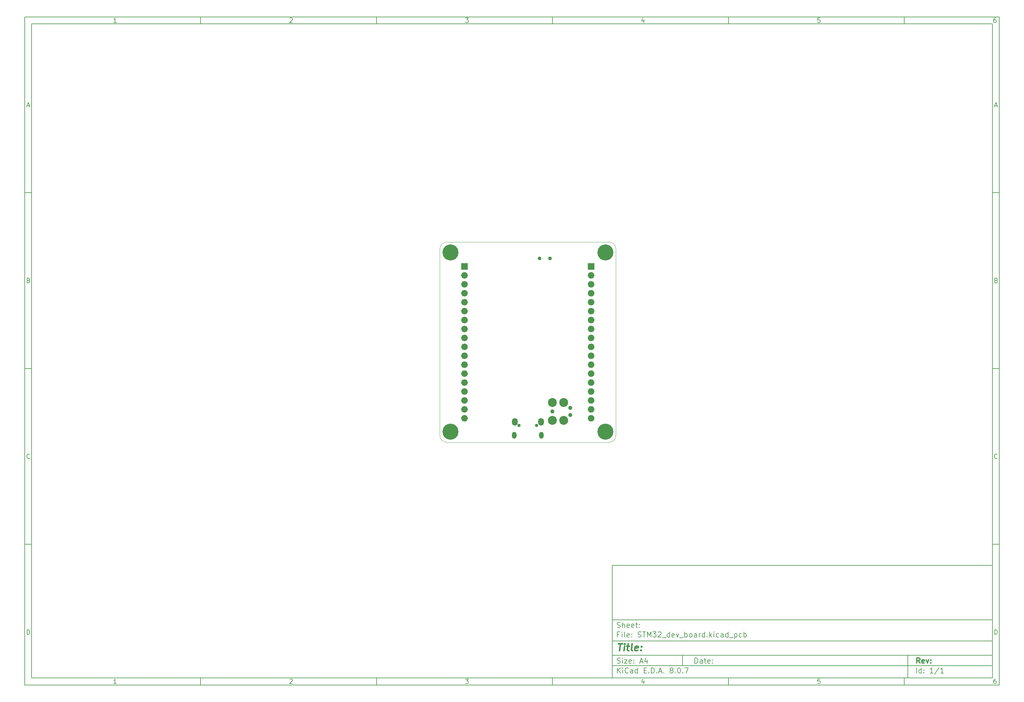
<source format=gbr>
%TF.GenerationSoftware,KiCad,Pcbnew,8.0.7*%
%TF.CreationDate,2025-02-16T19:40:28+01:00*%
%TF.ProjectId,STM32_dev_board,53544d33-325f-4646-9576-5f626f617264,rev?*%
%TF.SameCoordinates,Original*%
%TF.FileFunction,Soldermask,Bot*%
%TF.FilePolarity,Negative*%
%FSLAX46Y46*%
G04 Gerber Fmt 4.6, Leading zero omitted, Abs format (unit mm)*
G04 Created by KiCad (PCBNEW 8.0.7) date 2025-02-16 19:40:28*
%MOMM*%
%LPD*%
G01*
G04 APERTURE LIST*
G04 Aperture macros list*
%AMRoundRect*
0 Rectangle with rounded corners*
0 $1 Rounding radius*
0 $2 $3 $4 $5 $6 $7 $8 $9 X,Y pos of 4 corners*
0 Add a 4 corners polygon primitive as box body*
4,1,4,$2,$3,$4,$5,$6,$7,$8,$9,$2,$3,0*
0 Add four circle primitives for the rounded corners*
1,1,$1+$1,$2,$3*
1,1,$1+$1,$4,$5*
1,1,$1+$1,$6,$7*
1,1,$1+$1,$8,$9*
0 Add four rect primitives between the rounded corners*
20,1,$1+$1,$2,$3,$4,$5,0*
20,1,$1+$1,$4,$5,$6,$7,0*
20,1,$1+$1,$6,$7,$8,$9,0*
20,1,$1+$1,$8,$9,$2,$3,0*%
G04 Aperture macros list end*
%ADD10C,0.100000*%
%ADD11C,0.150000*%
%ADD12C,0.300000*%
%ADD13C,0.400000*%
%ADD14C,2.534900*%
%ADD15C,1.150600*%
%ADD16C,0.860000*%
%ADD17C,4.560000*%
%ADD18RoundRect,0.080000X-0.850000X-0.850000X0.850000X-0.850000X0.850000X0.850000X-0.850000X0.850000X0*%
%ADD19O,1.860000X1.860000*%
%ADD20O,0.960000X0.960000*%
%ADD21O,1.310000X1.960000*%
%ADD22O,1.610000X2.160000*%
%ADD23C,1.060000*%
%TA.AperFunction,Profile*%
%ADD24C,0.050000*%
%TD*%
G04 APERTURE END LIST*
D10*
D11*
X177002200Y-166007200D02*
X285002200Y-166007200D01*
X285002200Y-198007200D01*
X177002200Y-198007200D01*
X177002200Y-166007200D01*
D10*
D11*
X10000000Y-10000000D02*
X287002200Y-10000000D01*
X287002200Y-200007200D01*
X10000000Y-200007200D01*
X10000000Y-10000000D01*
D10*
D11*
X12000000Y-12000000D02*
X285002200Y-12000000D01*
X285002200Y-198007200D01*
X12000000Y-198007200D01*
X12000000Y-12000000D01*
D10*
D11*
X60000000Y-12000000D02*
X60000000Y-10000000D01*
D10*
D11*
X110000000Y-12000000D02*
X110000000Y-10000000D01*
D10*
D11*
X160000000Y-12000000D02*
X160000000Y-10000000D01*
D10*
D11*
X210000000Y-12000000D02*
X210000000Y-10000000D01*
D10*
D11*
X260000000Y-12000000D02*
X260000000Y-10000000D01*
D10*
D11*
X36089160Y-11593604D02*
X35346303Y-11593604D01*
X35717731Y-11593604D02*
X35717731Y-10293604D01*
X35717731Y-10293604D02*
X35593922Y-10479319D01*
X35593922Y-10479319D02*
X35470112Y-10603128D01*
X35470112Y-10603128D02*
X35346303Y-10665033D01*
D10*
D11*
X85346303Y-10417414D02*
X85408207Y-10355509D01*
X85408207Y-10355509D02*
X85532017Y-10293604D01*
X85532017Y-10293604D02*
X85841541Y-10293604D01*
X85841541Y-10293604D02*
X85965350Y-10355509D01*
X85965350Y-10355509D02*
X86027255Y-10417414D01*
X86027255Y-10417414D02*
X86089160Y-10541223D01*
X86089160Y-10541223D02*
X86089160Y-10665033D01*
X86089160Y-10665033D02*
X86027255Y-10850747D01*
X86027255Y-10850747D02*
X85284398Y-11593604D01*
X85284398Y-11593604D02*
X86089160Y-11593604D01*
D10*
D11*
X135284398Y-10293604D02*
X136089160Y-10293604D01*
X136089160Y-10293604D02*
X135655826Y-10788842D01*
X135655826Y-10788842D02*
X135841541Y-10788842D01*
X135841541Y-10788842D02*
X135965350Y-10850747D01*
X135965350Y-10850747D02*
X136027255Y-10912652D01*
X136027255Y-10912652D02*
X136089160Y-11036461D01*
X136089160Y-11036461D02*
X136089160Y-11345985D01*
X136089160Y-11345985D02*
X136027255Y-11469795D01*
X136027255Y-11469795D02*
X135965350Y-11531700D01*
X135965350Y-11531700D02*
X135841541Y-11593604D01*
X135841541Y-11593604D02*
X135470112Y-11593604D01*
X135470112Y-11593604D02*
X135346303Y-11531700D01*
X135346303Y-11531700D02*
X135284398Y-11469795D01*
D10*
D11*
X185965350Y-10726938D02*
X185965350Y-11593604D01*
X185655826Y-10231700D02*
X185346303Y-11160271D01*
X185346303Y-11160271D02*
X186151064Y-11160271D01*
D10*
D11*
X236027255Y-10293604D02*
X235408207Y-10293604D01*
X235408207Y-10293604D02*
X235346303Y-10912652D01*
X235346303Y-10912652D02*
X235408207Y-10850747D01*
X235408207Y-10850747D02*
X235532017Y-10788842D01*
X235532017Y-10788842D02*
X235841541Y-10788842D01*
X235841541Y-10788842D02*
X235965350Y-10850747D01*
X235965350Y-10850747D02*
X236027255Y-10912652D01*
X236027255Y-10912652D02*
X236089160Y-11036461D01*
X236089160Y-11036461D02*
X236089160Y-11345985D01*
X236089160Y-11345985D02*
X236027255Y-11469795D01*
X236027255Y-11469795D02*
X235965350Y-11531700D01*
X235965350Y-11531700D02*
X235841541Y-11593604D01*
X235841541Y-11593604D02*
X235532017Y-11593604D01*
X235532017Y-11593604D02*
X235408207Y-11531700D01*
X235408207Y-11531700D02*
X235346303Y-11469795D01*
D10*
D11*
X285965350Y-10293604D02*
X285717731Y-10293604D01*
X285717731Y-10293604D02*
X285593922Y-10355509D01*
X285593922Y-10355509D02*
X285532017Y-10417414D01*
X285532017Y-10417414D02*
X285408207Y-10603128D01*
X285408207Y-10603128D02*
X285346303Y-10850747D01*
X285346303Y-10850747D02*
X285346303Y-11345985D01*
X285346303Y-11345985D02*
X285408207Y-11469795D01*
X285408207Y-11469795D02*
X285470112Y-11531700D01*
X285470112Y-11531700D02*
X285593922Y-11593604D01*
X285593922Y-11593604D02*
X285841541Y-11593604D01*
X285841541Y-11593604D02*
X285965350Y-11531700D01*
X285965350Y-11531700D02*
X286027255Y-11469795D01*
X286027255Y-11469795D02*
X286089160Y-11345985D01*
X286089160Y-11345985D02*
X286089160Y-11036461D01*
X286089160Y-11036461D02*
X286027255Y-10912652D01*
X286027255Y-10912652D02*
X285965350Y-10850747D01*
X285965350Y-10850747D02*
X285841541Y-10788842D01*
X285841541Y-10788842D02*
X285593922Y-10788842D01*
X285593922Y-10788842D02*
X285470112Y-10850747D01*
X285470112Y-10850747D02*
X285408207Y-10912652D01*
X285408207Y-10912652D02*
X285346303Y-11036461D01*
D10*
D11*
X60000000Y-198007200D02*
X60000000Y-200007200D01*
D10*
D11*
X110000000Y-198007200D02*
X110000000Y-200007200D01*
D10*
D11*
X160000000Y-198007200D02*
X160000000Y-200007200D01*
D10*
D11*
X210000000Y-198007200D02*
X210000000Y-200007200D01*
D10*
D11*
X260000000Y-198007200D02*
X260000000Y-200007200D01*
D10*
D11*
X36089160Y-199600804D02*
X35346303Y-199600804D01*
X35717731Y-199600804D02*
X35717731Y-198300804D01*
X35717731Y-198300804D02*
X35593922Y-198486519D01*
X35593922Y-198486519D02*
X35470112Y-198610328D01*
X35470112Y-198610328D02*
X35346303Y-198672233D01*
D10*
D11*
X85346303Y-198424614D02*
X85408207Y-198362709D01*
X85408207Y-198362709D02*
X85532017Y-198300804D01*
X85532017Y-198300804D02*
X85841541Y-198300804D01*
X85841541Y-198300804D02*
X85965350Y-198362709D01*
X85965350Y-198362709D02*
X86027255Y-198424614D01*
X86027255Y-198424614D02*
X86089160Y-198548423D01*
X86089160Y-198548423D02*
X86089160Y-198672233D01*
X86089160Y-198672233D02*
X86027255Y-198857947D01*
X86027255Y-198857947D02*
X85284398Y-199600804D01*
X85284398Y-199600804D02*
X86089160Y-199600804D01*
D10*
D11*
X135284398Y-198300804D02*
X136089160Y-198300804D01*
X136089160Y-198300804D02*
X135655826Y-198796042D01*
X135655826Y-198796042D02*
X135841541Y-198796042D01*
X135841541Y-198796042D02*
X135965350Y-198857947D01*
X135965350Y-198857947D02*
X136027255Y-198919852D01*
X136027255Y-198919852D02*
X136089160Y-199043661D01*
X136089160Y-199043661D02*
X136089160Y-199353185D01*
X136089160Y-199353185D02*
X136027255Y-199476995D01*
X136027255Y-199476995D02*
X135965350Y-199538900D01*
X135965350Y-199538900D02*
X135841541Y-199600804D01*
X135841541Y-199600804D02*
X135470112Y-199600804D01*
X135470112Y-199600804D02*
X135346303Y-199538900D01*
X135346303Y-199538900D02*
X135284398Y-199476995D01*
D10*
D11*
X185965350Y-198734138D02*
X185965350Y-199600804D01*
X185655826Y-198238900D02*
X185346303Y-199167471D01*
X185346303Y-199167471D02*
X186151064Y-199167471D01*
D10*
D11*
X236027255Y-198300804D02*
X235408207Y-198300804D01*
X235408207Y-198300804D02*
X235346303Y-198919852D01*
X235346303Y-198919852D02*
X235408207Y-198857947D01*
X235408207Y-198857947D02*
X235532017Y-198796042D01*
X235532017Y-198796042D02*
X235841541Y-198796042D01*
X235841541Y-198796042D02*
X235965350Y-198857947D01*
X235965350Y-198857947D02*
X236027255Y-198919852D01*
X236027255Y-198919852D02*
X236089160Y-199043661D01*
X236089160Y-199043661D02*
X236089160Y-199353185D01*
X236089160Y-199353185D02*
X236027255Y-199476995D01*
X236027255Y-199476995D02*
X235965350Y-199538900D01*
X235965350Y-199538900D02*
X235841541Y-199600804D01*
X235841541Y-199600804D02*
X235532017Y-199600804D01*
X235532017Y-199600804D02*
X235408207Y-199538900D01*
X235408207Y-199538900D02*
X235346303Y-199476995D01*
D10*
D11*
X285965350Y-198300804D02*
X285717731Y-198300804D01*
X285717731Y-198300804D02*
X285593922Y-198362709D01*
X285593922Y-198362709D02*
X285532017Y-198424614D01*
X285532017Y-198424614D02*
X285408207Y-198610328D01*
X285408207Y-198610328D02*
X285346303Y-198857947D01*
X285346303Y-198857947D02*
X285346303Y-199353185D01*
X285346303Y-199353185D02*
X285408207Y-199476995D01*
X285408207Y-199476995D02*
X285470112Y-199538900D01*
X285470112Y-199538900D02*
X285593922Y-199600804D01*
X285593922Y-199600804D02*
X285841541Y-199600804D01*
X285841541Y-199600804D02*
X285965350Y-199538900D01*
X285965350Y-199538900D02*
X286027255Y-199476995D01*
X286027255Y-199476995D02*
X286089160Y-199353185D01*
X286089160Y-199353185D02*
X286089160Y-199043661D01*
X286089160Y-199043661D02*
X286027255Y-198919852D01*
X286027255Y-198919852D02*
X285965350Y-198857947D01*
X285965350Y-198857947D02*
X285841541Y-198796042D01*
X285841541Y-198796042D02*
X285593922Y-198796042D01*
X285593922Y-198796042D02*
X285470112Y-198857947D01*
X285470112Y-198857947D02*
X285408207Y-198919852D01*
X285408207Y-198919852D02*
X285346303Y-199043661D01*
D10*
D11*
X10000000Y-60000000D02*
X12000000Y-60000000D01*
D10*
D11*
X10000000Y-110000000D02*
X12000000Y-110000000D01*
D10*
D11*
X10000000Y-160000000D02*
X12000000Y-160000000D01*
D10*
D11*
X10690476Y-35222176D02*
X11309523Y-35222176D01*
X10566666Y-35593604D02*
X10999999Y-34293604D01*
X10999999Y-34293604D02*
X11433333Y-35593604D01*
D10*
D11*
X11092857Y-84912652D02*
X11278571Y-84974557D01*
X11278571Y-84974557D02*
X11340476Y-85036461D01*
X11340476Y-85036461D02*
X11402380Y-85160271D01*
X11402380Y-85160271D02*
X11402380Y-85345985D01*
X11402380Y-85345985D02*
X11340476Y-85469795D01*
X11340476Y-85469795D02*
X11278571Y-85531700D01*
X11278571Y-85531700D02*
X11154761Y-85593604D01*
X11154761Y-85593604D02*
X10659523Y-85593604D01*
X10659523Y-85593604D02*
X10659523Y-84293604D01*
X10659523Y-84293604D02*
X11092857Y-84293604D01*
X11092857Y-84293604D02*
X11216666Y-84355509D01*
X11216666Y-84355509D02*
X11278571Y-84417414D01*
X11278571Y-84417414D02*
X11340476Y-84541223D01*
X11340476Y-84541223D02*
X11340476Y-84665033D01*
X11340476Y-84665033D02*
X11278571Y-84788842D01*
X11278571Y-84788842D02*
X11216666Y-84850747D01*
X11216666Y-84850747D02*
X11092857Y-84912652D01*
X11092857Y-84912652D02*
X10659523Y-84912652D01*
D10*
D11*
X11402380Y-135469795D02*
X11340476Y-135531700D01*
X11340476Y-135531700D02*
X11154761Y-135593604D01*
X11154761Y-135593604D02*
X11030952Y-135593604D01*
X11030952Y-135593604D02*
X10845238Y-135531700D01*
X10845238Y-135531700D02*
X10721428Y-135407890D01*
X10721428Y-135407890D02*
X10659523Y-135284080D01*
X10659523Y-135284080D02*
X10597619Y-135036461D01*
X10597619Y-135036461D02*
X10597619Y-134850747D01*
X10597619Y-134850747D02*
X10659523Y-134603128D01*
X10659523Y-134603128D02*
X10721428Y-134479319D01*
X10721428Y-134479319D02*
X10845238Y-134355509D01*
X10845238Y-134355509D02*
X11030952Y-134293604D01*
X11030952Y-134293604D02*
X11154761Y-134293604D01*
X11154761Y-134293604D02*
X11340476Y-134355509D01*
X11340476Y-134355509D02*
X11402380Y-134417414D01*
D10*
D11*
X10659523Y-185593604D02*
X10659523Y-184293604D01*
X10659523Y-184293604D02*
X10969047Y-184293604D01*
X10969047Y-184293604D02*
X11154761Y-184355509D01*
X11154761Y-184355509D02*
X11278571Y-184479319D01*
X11278571Y-184479319D02*
X11340476Y-184603128D01*
X11340476Y-184603128D02*
X11402380Y-184850747D01*
X11402380Y-184850747D02*
X11402380Y-185036461D01*
X11402380Y-185036461D02*
X11340476Y-185284080D01*
X11340476Y-185284080D02*
X11278571Y-185407890D01*
X11278571Y-185407890D02*
X11154761Y-185531700D01*
X11154761Y-185531700D02*
X10969047Y-185593604D01*
X10969047Y-185593604D02*
X10659523Y-185593604D01*
D10*
D11*
X287002200Y-60000000D02*
X285002200Y-60000000D01*
D10*
D11*
X287002200Y-110000000D02*
X285002200Y-110000000D01*
D10*
D11*
X287002200Y-160000000D02*
X285002200Y-160000000D01*
D10*
D11*
X285692676Y-35222176D02*
X286311723Y-35222176D01*
X285568866Y-35593604D02*
X286002199Y-34293604D01*
X286002199Y-34293604D02*
X286435533Y-35593604D01*
D10*
D11*
X286095057Y-84912652D02*
X286280771Y-84974557D01*
X286280771Y-84974557D02*
X286342676Y-85036461D01*
X286342676Y-85036461D02*
X286404580Y-85160271D01*
X286404580Y-85160271D02*
X286404580Y-85345985D01*
X286404580Y-85345985D02*
X286342676Y-85469795D01*
X286342676Y-85469795D02*
X286280771Y-85531700D01*
X286280771Y-85531700D02*
X286156961Y-85593604D01*
X286156961Y-85593604D02*
X285661723Y-85593604D01*
X285661723Y-85593604D02*
X285661723Y-84293604D01*
X285661723Y-84293604D02*
X286095057Y-84293604D01*
X286095057Y-84293604D02*
X286218866Y-84355509D01*
X286218866Y-84355509D02*
X286280771Y-84417414D01*
X286280771Y-84417414D02*
X286342676Y-84541223D01*
X286342676Y-84541223D02*
X286342676Y-84665033D01*
X286342676Y-84665033D02*
X286280771Y-84788842D01*
X286280771Y-84788842D02*
X286218866Y-84850747D01*
X286218866Y-84850747D02*
X286095057Y-84912652D01*
X286095057Y-84912652D02*
X285661723Y-84912652D01*
D10*
D11*
X286404580Y-135469795D02*
X286342676Y-135531700D01*
X286342676Y-135531700D02*
X286156961Y-135593604D01*
X286156961Y-135593604D02*
X286033152Y-135593604D01*
X286033152Y-135593604D02*
X285847438Y-135531700D01*
X285847438Y-135531700D02*
X285723628Y-135407890D01*
X285723628Y-135407890D02*
X285661723Y-135284080D01*
X285661723Y-135284080D02*
X285599819Y-135036461D01*
X285599819Y-135036461D02*
X285599819Y-134850747D01*
X285599819Y-134850747D02*
X285661723Y-134603128D01*
X285661723Y-134603128D02*
X285723628Y-134479319D01*
X285723628Y-134479319D02*
X285847438Y-134355509D01*
X285847438Y-134355509D02*
X286033152Y-134293604D01*
X286033152Y-134293604D02*
X286156961Y-134293604D01*
X286156961Y-134293604D02*
X286342676Y-134355509D01*
X286342676Y-134355509D02*
X286404580Y-134417414D01*
D10*
D11*
X285661723Y-185593604D02*
X285661723Y-184293604D01*
X285661723Y-184293604D02*
X285971247Y-184293604D01*
X285971247Y-184293604D02*
X286156961Y-184355509D01*
X286156961Y-184355509D02*
X286280771Y-184479319D01*
X286280771Y-184479319D02*
X286342676Y-184603128D01*
X286342676Y-184603128D02*
X286404580Y-184850747D01*
X286404580Y-184850747D02*
X286404580Y-185036461D01*
X286404580Y-185036461D02*
X286342676Y-185284080D01*
X286342676Y-185284080D02*
X286280771Y-185407890D01*
X286280771Y-185407890D02*
X286156961Y-185531700D01*
X286156961Y-185531700D02*
X285971247Y-185593604D01*
X285971247Y-185593604D02*
X285661723Y-185593604D01*
D10*
D11*
X200458026Y-193793328D02*
X200458026Y-192293328D01*
X200458026Y-192293328D02*
X200815169Y-192293328D01*
X200815169Y-192293328D02*
X201029455Y-192364757D01*
X201029455Y-192364757D02*
X201172312Y-192507614D01*
X201172312Y-192507614D02*
X201243741Y-192650471D01*
X201243741Y-192650471D02*
X201315169Y-192936185D01*
X201315169Y-192936185D02*
X201315169Y-193150471D01*
X201315169Y-193150471D02*
X201243741Y-193436185D01*
X201243741Y-193436185D02*
X201172312Y-193579042D01*
X201172312Y-193579042D02*
X201029455Y-193721900D01*
X201029455Y-193721900D02*
X200815169Y-193793328D01*
X200815169Y-193793328D02*
X200458026Y-193793328D01*
X202600884Y-193793328D02*
X202600884Y-193007614D01*
X202600884Y-193007614D02*
X202529455Y-192864757D01*
X202529455Y-192864757D02*
X202386598Y-192793328D01*
X202386598Y-192793328D02*
X202100884Y-192793328D01*
X202100884Y-192793328D02*
X201958026Y-192864757D01*
X202600884Y-193721900D02*
X202458026Y-193793328D01*
X202458026Y-193793328D02*
X202100884Y-193793328D01*
X202100884Y-193793328D02*
X201958026Y-193721900D01*
X201958026Y-193721900D02*
X201886598Y-193579042D01*
X201886598Y-193579042D02*
X201886598Y-193436185D01*
X201886598Y-193436185D02*
X201958026Y-193293328D01*
X201958026Y-193293328D02*
X202100884Y-193221900D01*
X202100884Y-193221900D02*
X202458026Y-193221900D01*
X202458026Y-193221900D02*
X202600884Y-193150471D01*
X203100884Y-192793328D02*
X203672312Y-192793328D01*
X203315169Y-192293328D02*
X203315169Y-193579042D01*
X203315169Y-193579042D02*
X203386598Y-193721900D01*
X203386598Y-193721900D02*
X203529455Y-193793328D01*
X203529455Y-193793328D02*
X203672312Y-193793328D01*
X204743741Y-193721900D02*
X204600884Y-193793328D01*
X204600884Y-193793328D02*
X204315170Y-193793328D01*
X204315170Y-193793328D02*
X204172312Y-193721900D01*
X204172312Y-193721900D02*
X204100884Y-193579042D01*
X204100884Y-193579042D02*
X204100884Y-193007614D01*
X204100884Y-193007614D02*
X204172312Y-192864757D01*
X204172312Y-192864757D02*
X204315170Y-192793328D01*
X204315170Y-192793328D02*
X204600884Y-192793328D01*
X204600884Y-192793328D02*
X204743741Y-192864757D01*
X204743741Y-192864757D02*
X204815170Y-193007614D01*
X204815170Y-193007614D02*
X204815170Y-193150471D01*
X204815170Y-193150471D02*
X204100884Y-193293328D01*
X205458026Y-193650471D02*
X205529455Y-193721900D01*
X205529455Y-193721900D02*
X205458026Y-193793328D01*
X205458026Y-193793328D02*
X205386598Y-193721900D01*
X205386598Y-193721900D02*
X205458026Y-193650471D01*
X205458026Y-193650471D02*
X205458026Y-193793328D01*
X205458026Y-192864757D02*
X205529455Y-192936185D01*
X205529455Y-192936185D02*
X205458026Y-193007614D01*
X205458026Y-193007614D02*
X205386598Y-192936185D01*
X205386598Y-192936185D02*
X205458026Y-192864757D01*
X205458026Y-192864757D02*
X205458026Y-193007614D01*
D10*
D11*
X177002200Y-194507200D02*
X285002200Y-194507200D01*
D10*
D11*
X178458026Y-196593328D02*
X178458026Y-195093328D01*
X179315169Y-196593328D02*
X178672312Y-195736185D01*
X179315169Y-195093328D02*
X178458026Y-195950471D01*
X179958026Y-196593328D02*
X179958026Y-195593328D01*
X179958026Y-195093328D02*
X179886598Y-195164757D01*
X179886598Y-195164757D02*
X179958026Y-195236185D01*
X179958026Y-195236185D02*
X180029455Y-195164757D01*
X180029455Y-195164757D02*
X179958026Y-195093328D01*
X179958026Y-195093328D02*
X179958026Y-195236185D01*
X181529455Y-196450471D02*
X181458027Y-196521900D01*
X181458027Y-196521900D02*
X181243741Y-196593328D01*
X181243741Y-196593328D02*
X181100884Y-196593328D01*
X181100884Y-196593328D02*
X180886598Y-196521900D01*
X180886598Y-196521900D02*
X180743741Y-196379042D01*
X180743741Y-196379042D02*
X180672312Y-196236185D01*
X180672312Y-196236185D02*
X180600884Y-195950471D01*
X180600884Y-195950471D02*
X180600884Y-195736185D01*
X180600884Y-195736185D02*
X180672312Y-195450471D01*
X180672312Y-195450471D02*
X180743741Y-195307614D01*
X180743741Y-195307614D02*
X180886598Y-195164757D01*
X180886598Y-195164757D02*
X181100884Y-195093328D01*
X181100884Y-195093328D02*
X181243741Y-195093328D01*
X181243741Y-195093328D02*
X181458027Y-195164757D01*
X181458027Y-195164757D02*
X181529455Y-195236185D01*
X182815170Y-196593328D02*
X182815170Y-195807614D01*
X182815170Y-195807614D02*
X182743741Y-195664757D01*
X182743741Y-195664757D02*
X182600884Y-195593328D01*
X182600884Y-195593328D02*
X182315170Y-195593328D01*
X182315170Y-195593328D02*
X182172312Y-195664757D01*
X182815170Y-196521900D02*
X182672312Y-196593328D01*
X182672312Y-196593328D02*
X182315170Y-196593328D01*
X182315170Y-196593328D02*
X182172312Y-196521900D01*
X182172312Y-196521900D02*
X182100884Y-196379042D01*
X182100884Y-196379042D02*
X182100884Y-196236185D01*
X182100884Y-196236185D02*
X182172312Y-196093328D01*
X182172312Y-196093328D02*
X182315170Y-196021900D01*
X182315170Y-196021900D02*
X182672312Y-196021900D01*
X182672312Y-196021900D02*
X182815170Y-195950471D01*
X184172313Y-196593328D02*
X184172313Y-195093328D01*
X184172313Y-196521900D02*
X184029455Y-196593328D01*
X184029455Y-196593328D02*
X183743741Y-196593328D01*
X183743741Y-196593328D02*
X183600884Y-196521900D01*
X183600884Y-196521900D02*
X183529455Y-196450471D01*
X183529455Y-196450471D02*
X183458027Y-196307614D01*
X183458027Y-196307614D02*
X183458027Y-195879042D01*
X183458027Y-195879042D02*
X183529455Y-195736185D01*
X183529455Y-195736185D02*
X183600884Y-195664757D01*
X183600884Y-195664757D02*
X183743741Y-195593328D01*
X183743741Y-195593328D02*
X184029455Y-195593328D01*
X184029455Y-195593328D02*
X184172313Y-195664757D01*
X186029455Y-195807614D02*
X186529455Y-195807614D01*
X186743741Y-196593328D02*
X186029455Y-196593328D01*
X186029455Y-196593328D02*
X186029455Y-195093328D01*
X186029455Y-195093328D02*
X186743741Y-195093328D01*
X187386598Y-196450471D02*
X187458027Y-196521900D01*
X187458027Y-196521900D02*
X187386598Y-196593328D01*
X187386598Y-196593328D02*
X187315170Y-196521900D01*
X187315170Y-196521900D02*
X187386598Y-196450471D01*
X187386598Y-196450471D02*
X187386598Y-196593328D01*
X188100884Y-196593328D02*
X188100884Y-195093328D01*
X188100884Y-195093328D02*
X188458027Y-195093328D01*
X188458027Y-195093328D02*
X188672313Y-195164757D01*
X188672313Y-195164757D02*
X188815170Y-195307614D01*
X188815170Y-195307614D02*
X188886599Y-195450471D01*
X188886599Y-195450471D02*
X188958027Y-195736185D01*
X188958027Y-195736185D02*
X188958027Y-195950471D01*
X188958027Y-195950471D02*
X188886599Y-196236185D01*
X188886599Y-196236185D02*
X188815170Y-196379042D01*
X188815170Y-196379042D02*
X188672313Y-196521900D01*
X188672313Y-196521900D02*
X188458027Y-196593328D01*
X188458027Y-196593328D02*
X188100884Y-196593328D01*
X189600884Y-196450471D02*
X189672313Y-196521900D01*
X189672313Y-196521900D02*
X189600884Y-196593328D01*
X189600884Y-196593328D02*
X189529456Y-196521900D01*
X189529456Y-196521900D02*
X189600884Y-196450471D01*
X189600884Y-196450471D02*
X189600884Y-196593328D01*
X190243742Y-196164757D02*
X190958028Y-196164757D01*
X190100885Y-196593328D02*
X190600885Y-195093328D01*
X190600885Y-195093328D02*
X191100885Y-196593328D01*
X191600884Y-196450471D02*
X191672313Y-196521900D01*
X191672313Y-196521900D02*
X191600884Y-196593328D01*
X191600884Y-196593328D02*
X191529456Y-196521900D01*
X191529456Y-196521900D02*
X191600884Y-196450471D01*
X191600884Y-196450471D02*
X191600884Y-196593328D01*
X193672313Y-195736185D02*
X193529456Y-195664757D01*
X193529456Y-195664757D02*
X193458027Y-195593328D01*
X193458027Y-195593328D02*
X193386599Y-195450471D01*
X193386599Y-195450471D02*
X193386599Y-195379042D01*
X193386599Y-195379042D02*
X193458027Y-195236185D01*
X193458027Y-195236185D02*
X193529456Y-195164757D01*
X193529456Y-195164757D02*
X193672313Y-195093328D01*
X193672313Y-195093328D02*
X193958027Y-195093328D01*
X193958027Y-195093328D02*
X194100885Y-195164757D01*
X194100885Y-195164757D02*
X194172313Y-195236185D01*
X194172313Y-195236185D02*
X194243742Y-195379042D01*
X194243742Y-195379042D02*
X194243742Y-195450471D01*
X194243742Y-195450471D02*
X194172313Y-195593328D01*
X194172313Y-195593328D02*
X194100885Y-195664757D01*
X194100885Y-195664757D02*
X193958027Y-195736185D01*
X193958027Y-195736185D02*
X193672313Y-195736185D01*
X193672313Y-195736185D02*
X193529456Y-195807614D01*
X193529456Y-195807614D02*
X193458027Y-195879042D01*
X193458027Y-195879042D02*
X193386599Y-196021900D01*
X193386599Y-196021900D02*
X193386599Y-196307614D01*
X193386599Y-196307614D02*
X193458027Y-196450471D01*
X193458027Y-196450471D02*
X193529456Y-196521900D01*
X193529456Y-196521900D02*
X193672313Y-196593328D01*
X193672313Y-196593328D02*
X193958027Y-196593328D01*
X193958027Y-196593328D02*
X194100885Y-196521900D01*
X194100885Y-196521900D02*
X194172313Y-196450471D01*
X194172313Y-196450471D02*
X194243742Y-196307614D01*
X194243742Y-196307614D02*
X194243742Y-196021900D01*
X194243742Y-196021900D02*
X194172313Y-195879042D01*
X194172313Y-195879042D02*
X194100885Y-195807614D01*
X194100885Y-195807614D02*
X193958027Y-195736185D01*
X194886598Y-196450471D02*
X194958027Y-196521900D01*
X194958027Y-196521900D02*
X194886598Y-196593328D01*
X194886598Y-196593328D02*
X194815170Y-196521900D01*
X194815170Y-196521900D02*
X194886598Y-196450471D01*
X194886598Y-196450471D02*
X194886598Y-196593328D01*
X195886599Y-195093328D02*
X196029456Y-195093328D01*
X196029456Y-195093328D02*
X196172313Y-195164757D01*
X196172313Y-195164757D02*
X196243742Y-195236185D01*
X196243742Y-195236185D02*
X196315170Y-195379042D01*
X196315170Y-195379042D02*
X196386599Y-195664757D01*
X196386599Y-195664757D02*
X196386599Y-196021900D01*
X196386599Y-196021900D02*
X196315170Y-196307614D01*
X196315170Y-196307614D02*
X196243742Y-196450471D01*
X196243742Y-196450471D02*
X196172313Y-196521900D01*
X196172313Y-196521900D02*
X196029456Y-196593328D01*
X196029456Y-196593328D02*
X195886599Y-196593328D01*
X195886599Y-196593328D02*
X195743742Y-196521900D01*
X195743742Y-196521900D02*
X195672313Y-196450471D01*
X195672313Y-196450471D02*
X195600884Y-196307614D01*
X195600884Y-196307614D02*
X195529456Y-196021900D01*
X195529456Y-196021900D02*
X195529456Y-195664757D01*
X195529456Y-195664757D02*
X195600884Y-195379042D01*
X195600884Y-195379042D02*
X195672313Y-195236185D01*
X195672313Y-195236185D02*
X195743742Y-195164757D01*
X195743742Y-195164757D02*
X195886599Y-195093328D01*
X197029455Y-196450471D02*
X197100884Y-196521900D01*
X197100884Y-196521900D02*
X197029455Y-196593328D01*
X197029455Y-196593328D02*
X196958027Y-196521900D01*
X196958027Y-196521900D02*
X197029455Y-196450471D01*
X197029455Y-196450471D02*
X197029455Y-196593328D01*
X197600884Y-195093328D02*
X198600884Y-195093328D01*
X198600884Y-195093328D02*
X197958027Y-196593328D01*
D10*
D11*
X177002200Y-191507200D02*
X285002200Y-191507200D01*
D10*
D12*
X264413853Y-193785528D02*
X263913853Y-193071242D01*
X263556710Y-193785528D02*
X263556710Y-192285528D01*
X263556710Y-192285528D02*
X264128139Y-192285528D01*
X264128139Y-192285528D02*
X264270996Y-192356957D01*
X264270996Y-192356957D02*
X264342425Y-192428385D01*
X264342425Y-192428385D02*
X264413853Y-192571242D01*
X264413853Y-192571242D02*
X264413853Y-192785528D01*
X264413853Y-192785528D02*
X264342425Y-192928385D01*
X264342425Y-192928385D02*
X264270996Y-192999814D01*
X264270996Y-192999814D02*
X264128139Y-193071242D01*
X264128139Y-193071242D02*
X263556710Y-193071242D01*
X265628139Y-193714100D02*
X265485282Y-193785528D01*
X265485282Y-193785528D02*
X265199568Y-193785528D01*
X265199568Y-193785528D02*
X265056710Y-193714100D01*
X265056710Y-193714100D02*
X264985282Y-193571242D01*
X264985282Y-193571242D02*
X264985282Y-192999814D01*
X264985282Y-192999814D02*
X265056710Y-192856957D01*
X265056710Y-192856957D02*
X265199568Y-192785528D01*
X265199568Y-192785528D02*
X265485282Y-192785528D01*
X265485282Y-192785528D02*
X265628139Y-192856957D01*
X265628139Y-192856957D02*
X265699568Y-192999814D01*
X265699568Y-192999814D02*
X265699568Y-193142671D01*
X265699568Y-193142671D02*
X264985282Y-193285528D01*
X266199567Y-192785528D02*
X266556710Y-193785528D01*
X266556710Y-193785528D02*
X266913853Y-192785528D01*
X267485281Y-193642671D02*
X267556710Y-193714100D01*
X267556710Y-193714100D02*
X267485281Y-193785528D01*
X267485281Y-193785528D02*
X267413853Y-193714100D01*
X267413853Y-193714100D02*
X267485281Y-193642671D01*
X267485281Y-193642671D02*
X267485281Y-193785528D01*
X267485281Y-192856957D02*
X267556710Y-192928385D01*
X267556710Y-192928385D02*
X267485281Y-192999814D01*
X267485281Y-192999814D02*
X267413853Y-192928385D01*
X267413853Y-192928385D02*
X267485281Y-192856957D01*
X267485281Y-192856957D02*
X267485281Y-192999814D01*
D10*
D11*
X178386598Y-193721900D02*
X178600884Y-193793328D01*
X178600884Y-193793328D02*
X178958026Y-193793328D01*
X178958026Y-193793328D02*
X179100884Y-193721900D01*
X179100884Y-193721900D02*
X179172312Y-193650471D01*
X179172312Y-193650471D02*
X179243741Y-193507614D01*
X179243741Y-193507614D02*
X179243741Y-193364757D01*
X179243741Y-193364757D02*
X179172312Y-193221900D01*
X179172312Y-193221900D02*
X179100884Y-193150471D01*
X179100884Y-193150471D02*
X178958026Y-193079042D01*
X178958026Y-193079042D02*
X178672312Y-193007614D01*
X178672312Y-193007614D02*
X178529455Y-192936185D01*
X178529455Y-192936185D02*
X178458026Y-192864757D01*
X178458026Y-192864757D02*
X178386598Y-192721900D01*
X178386598Y-192721900D02*
X178386598Y-192579042D01*
X178386598Y-192579042D02*
X178458026Y-192436185D01*
X178458026Y-192436185D02*
X178529455Y-192364757D01*
X178529455Y-192364757D02*
X178672312Y-192293328D01*
X178672312Y-192293328D02*
X179029455Y-192293328D01*
X179029455Y-192293328D02*
X179243741Y-192364757D01*
X179886597Y-193793328D02*
X179886597Y-192793328D01*
X179886597Y-192293328D02*
X179815169Y-192364757D01*
X179815169Y-192364757D02*
X179886597Y-192436185D01*
X179886597Y-192436185D02*
X179958026Y-192364757D01*
X179958026Y-192364757D02*
X179886597Y-192293328D01*
X179886597Y-192293328D02*
X179886597Y-192436185D01*
X180458026Y-192793328D02*
X181243741Y-192793328D01*
X181243741Y-192793328D02*
X180458026Y-193793328D01*
X180458026Y-193793328D02*
X181243741Y-193793328D01*
X182386598Y-193721900D02*
X182243741Y-193793328D01*
X182243741Y-193793328D02*
X181958027Y-193793328D01*
X181958027Y-193793328D02*
X181815169Y-193721900D01*
X181815169Y-193721900D02*
X181743741Y-193579042D01*
X181743741Y-193579042D02*
X181743741Y-193007614D01*
X181743741Y-193007614D02*
X181815169Y-192864757D01*
X181815169Y-192864757D02*
X181958027Y-192793328D01*
X181958027Y-192793328D02*
X182243741Y-192793328D01*
X182243741Y-192793328D02*
X182386598Y-192864757D01*
X182386598Y-192864757D02*
X182458027Y-193007614D01*
X182458027Y-193007614D02*
X182458027Y-193150471D01*
X182458027Y-193150471D02*
X181743741Y-193293328D01*
X183100883Y-193650471D02*
X183172312Y-193721900D01*
X183172312Y-193721900D02*
X183100883Y-193793328D01*
X183100883Y-193793328D02*
X183029455Y-193721900D01*
X183029455Y-193721900D02*
X183100883Y-193650471D01*
X183100883Y-193650471D02*
X183100883Y-193793328D01*
X183100883Y-192864757D02*
X183172312Y-192936185D01*
X183172312Y-192936185D02*
X183100883Y-193007614D01*
X183100883Y-193007614D02*
X183029455Y-192936185D01*
X183029455Y-192936185D02*
X183100883Y-192864757D01*
X183100883Y-192864757D02*
X183100883Y-193007614D01*
X184886598Y-193364757D02*
X185600884Y-193364757D01*
X184743741Y-193793328D02*
X185243741Y-192293328D01*
X185243741Y-192293328D02*
X185743741Y-193793328D01*
X186886598Y-192793328D02*
X186886598Y-193793328D01*
X186529455Y-192221900D02*
X186172312Y-193293328D01*
X186172312Y-193293328D02*
X187100883Y-193293328D01*
D10*
D11*
X263458026Y-196593328D02*
X263458026Y-195093328D01*
X264815170Y-196593328D02*
X264815170Y-195093328D01*
X264815170Y-196521900D02*
X264672312Y-196593328D01*
X264672312Y-196593328D02*
X264386598Y-196593328D01*
X264386598Y-196593328D02*
X264243741Y-196521900D01*
X264243741Y-196521900D02*
X264172312Y-196450471D01*
X264172312Y-196450471D02*
X264100884Y-196307614D01*
X264100884Y-196307614D02*
X264100884Y-195879042D01*
X264100884Y-195879042D02*
X264172312Y-195736185D01*
X264172312Y-195736185D02*
X264243741Y-195664757D01*
X264243741Y-195664757D02*
X264386598Y-195593328D01*
X264386598Y-195593328D02*
X264672312Y-195593328D01*
X264672312Y-195593328D02*
X264815170Y-195664757D01*
X265529455Y-196450471D02*
X265600884Y-196521900D01*
X265600884Y-196521900D02*
X265529455Y-196593328D01*
X265529455Y-196593328D02*
X265458027Y-196521900D01*
X265458027Y-196521900D02*
X265529455Y-196450471D01*
X265529455Y-196450471D02*
X265529455Y-196593328D01*
X265529455Y-195664757D02*
X265600884Y-195736185D01*
X265600884Y-195736185D02*
X265529455Y-195807614D01*
X265529455Y-195807614D02*
X265458027Y-195736185D01*
X265458027Y-195736185D02*
X265529455Y-195664757D01*
X265529455Y-195664757D02*
X265529455Y-195807614D01*
X268172313Y-196593328D02*
X267315170Y-196593328D01*
X267743741Y-196593328D02*
X267743741Y-195093328D01*
X267743741Y-195093328D02*
X267600884Y-195307614D01*
X267600884Y-195307614D02*
X267458027Y-195450471D01*
X267458027Y-195450471D02*
X267315170Y-195521900D01*
X269886598Y-195021900D02*
X268600884Y-196950471D01*
X271172313Y-196593328D02*
X270315170Y-196593328D01*
X270743741Y-196593328D02*
X270743741Y-195093328D01*
X270743741Y-195093328D02*
X270600884Y-195307614D01*
X270600884Y-195307614D02*
X270458027Y-195450471D01*
X270458027Y-195450471D02*
X270315170Y-195521900D01*
D10*
D11*
X177002200Y-187507200D02*
X285002200Y-187507200D01*
D10*
D13*
X178693928Y-188211638D02*
X179836785Y-188211638D01*
X179015357Y-190211638D02*
X179265357Y-188211638D01*
X180253452Y-190211638D02*
X180420119Y-188878304D01*
X180503452Y-188211638D02*
X180396309Y-188306876D01*
X180396309Y-188306876D02*
X180479643Y-188402114D01*
X180479643Y-188402114D02*
X180586786Y-188306876D01*
X180586786Y-188306876D02*
X180503452Y-188211638D01*
X180503452Y-188211638D02*
X180479643Y-188402114D01*
X181086786Y-188878304D02*
X181848690Y-188878304D01*
X181455833Y-188211638D02*
X181241548Y-189925923D01*
X181241548Y-189925923D02*
X181312976Y-190116400D01*
X181312976Y-190116400D02*
X181491548Y-190211638D01*
X181491548Y-190211638D02*
X181682024Y-190211638D01*
X182634405Y-190211638D02*
X182455833Y-190116400D01*
X182455833Y-190116400D02*
X182384405Y-189925923D01*
X182384405Y-189925923D02*
X182598690Y-188211638D01*
X184170119Y-190116400D02*
X183967738Y-190211638D01*
X183967738Y-190211638D02*
X183586785Y-190211638D01*
X183586785Y-190211638D02*
X183408214Y-190116400D01*
X183408214Y-190116400D02*
X183336785Y-189925923D01*
X183336785Y-189925923D02*
X183432024Y-189164019D01*
X183432024Y-189164019D02*
X183551071Y-188973542D01*
X183551071Y-188973542D02*
X183753452Y-188878304D01*
X183753452Y-188878304D02*
X184134404Y-188878304D01*
X184134404Y-188878304D02*
X184312976Y-188973542D01*
X184312976Y-188973542D02*
X184384404Y-189164019D01*
X184384404Y-189164019D02*
X184360595Y-189354495D01*
X184360595Y-189354495D02*
X183384404Y-189544971D01*
X185134405Y-190021161D02*
X185217738Y-190116400D01*
X185217738Y-190116400D02*
X185110595Y-190211638D01*
X185110595Y-190211638D02*
X185027262Y-190116400D01*
X185027262Y-190116400D02*
X185134405Y-190021161D01*
X185134405Y-190021161D02*
X185110595Y-190211638D01*
X185265357Y-188973542D02*
X185348690Y-189068780D01*
X185348690Y-189068780D02*
X185241548Y-189164019D01*
X185241548Y-189164019D02*
X185158214Y-189068780D01*
X185158214Y-189068780D02*
X185265357Y-188973542D01*
X185265357Y-188973542D02*
X185241548Y-189164019D01*
D10*
D11*
X178958026Y-185607614D02*
X178458026Y-185607614D01*
X178458026Y-186393328D02*
X178458026Y-184893328D01*
X178458026Y-184893328D02*
X179172312Y-184893328D01*
X179743740Y-186393328D02*
X179743740Y-185393328D01*
X179743740Y-184893328D02*
X179672312Y-184964757D01*
X179672312Y-184964757D02*
X179743740Y-185036185D01*
X179743740Y-185036185D02*
X179815169Y-184964757D01*
X179815169Y-184964757D02*
X179743740Y-184893328D01*
X179743740Y-184893328D02*
X179743740Y-185036185D01*
X180672312Y-186393328D02*
X180529455Y-186321900D01*
X180529455Y-186321900D02*
X180458026Y-186179042D01*
X180458026Y-186179042D02*
X180458026Y-184893328D01*
X181815169Y-186321900D02*
X181672312Y-186393328D01*
X181672312Y-186393328D02*
X181386598Y-186393328D01*
X181386598Y-186393328D02*
X181243740Y-186321900D01*
X181243740Y-186321900D02*
X181172312Y-186179042D01*
X181172312Y-186179042D02*
X181172312Y-185607614D01*
X181172312Y-185607614D02*
X181243740Y-185464757D01*
X181243740Y-185464757D02*
X181386598Y-185393328D01*
X181386598Y-185393328D02*
X181672312Y-185393328D01*
X181672312Y-185393328D02*
X181815169Y-185464757D01*
X181815169Y-185464757D02*
X181886598Y-185607614D01*
X181886598Y-185607614D02*
X181886598Y-185750471D01*
X181886598Y-185750471D02*
X181172312Y-185893328D01*
X182529454Y-186250471D02*
X182600883Y-186321900D01*
X182600883Y-186321900D02*
X182529454Y-186393328D01*
X182529454Y-186393328D02*
X182458026Y-186321900D01*
X182458026Y-186321900D02*
X182529454Y-186250471D01*
X182529454Y-186250471D02*
X182529454Y-186393328D01*
X182529454Y-185464757D02*
X182600883Y-185536185D01*
X182600883Y-185536185D02*
X182529454Y-185607614D01*
X182529454Y-185607614D02*
X182458026Y-185536185D01*
X182458026Y-185536185D02*
X182529454Y-185464757D01*
X182529454Y-185464757D02*
X182529454Y-185607614D01*
X184315169Y-186321900D02*
X184529455Y-186393328D01*
X184529455Y-186393328D02*
X184886597Y-186393328D01*
X184886597Y-186393328D02*
X185029455Y-186321900D01*
X185029455Y-186321900D02*
X185100883Y-186250471D01*
X185100883Y-186250471D02*
X185172312Y-186107614D01*
X185172312Y-186107614D02*
X185172312Y-185964757D01*
X185172312Y-185964757D02*
X185100883Y-185821900D01*
X185100883Y-185821900D02*
X185029455Y-185750471D01*
X185029455Y-185750471D02*
X184886597Y-185679042D01*
X184886597Y-185679042D02*
X184600883Y-185607614D01*
X184600883Y-185607614D02*
X184458026Y-185536185D01*
X184458026Y-185536185D02*
X184386597Y-185464757D01*
X184386597Y-185464757D02*
X184315169Y-185321900D01*
X184315169Y-185321900D02*
X184315169Y-185179042D01*
X184315169Y-185179042D02*
X184386597Y-185036185D01*
X184386597Y-185036185D02*
X184458026Y-184964757D01*
X184458026Y-184964757D02*
X184600883Y-184893328D01*
X184600883Y-184893328D02*
X184958026Y-184893328D01*
X184958026Y-184893328D02*
X185172312Y-184964757D01*
X185600883Y-184893328D02*
X186458026Y-184893328D01*
X186029454Y-186393328D02*
X186029454Y-184893328D01*
X186958025Y-186393328D02*
X186958025Y-184893328D01*
X186958025Y-184893328D02*
X187458025Y-185964757D01*
X187458025Y-185964757D02*
X187958025Y-184893328D01*
X187958025Y-184893328D02*
X187958025Y-186393328D01*
X188529454Y-184893328D02*
X189458026Y-184893328D01*
X189458026Y-184893328D02*
X188958026Y-185464757D01*
X188958026Y-185464757D02*
X189172311Y-185464757D01*
X189172311Y-185464757D02*
X189315169Y-185536185D01*
X189315169Y-185536185D02*
X189386597Y-185607614D01*
X189386597Y-185607614D02*
X189458026Y-185750471D01*
X189458026Y-185750471D02*
X189458026Y-186107614D01*
X189458026Y-186107614D02*
X189386597Y-186250471D01*
X189386597Y-186250471D02*
X189315169Y-186321900D01*
X189315169Y-186321900D02*
X189172311Y-186393328D01*
X189172311Y-186393328D02*
X188743740Y-186393328D01*
X188743740Y-186393328D02*
X188600883Y-186321900D01*
X188600883Y-186321900D02*
X188529454Y-186250471D01*
X190029454Y-185036185D02*
X190100882Y-184964757D01*
X190100882Y-184964757D02*
X190243740Y-184893328D01*
X190243740Y-184893328D02*
X190600882Y-184893328D01*
X190600882Y-184893328D02*
X190743740Y-184964757D01*
X190743740Y-184964757D02*
X190815168Y-185036185D01*
X190815168Y-185036185D02*
X190886597Y-185179042D01*
X190886597Y-185179042D02*
X190886597Y-185321900D01*
X190886597Y-185321900D02*
X190815168Y-185536185D01*
X190815168Y-185536185D02*
X189958025Y-186393328D01*
X189958025Y-186393328D02*
X190886597Y-186393328D01*
X191172311Y-186536185D02*
X192315168Y-186536185D01*
X193315168Y-186393328D02*
X193315168Y-184893328D01*
X193315168Y-186321900D02*
X193172310Y-186393328D01*
X193172310Y-186393328D02*
X192886596Y-186393328D01*
X192886596Y-186393328D02*
X192743739Y-186321900D01*
X192743739Y-186321900D02*
X192672310Y-186250471D01*
X192672310Y-186250471D02*
X192600882Y-186107614D01*
X192600882Y-186107614D02*
X192600882Y-185679042D01*
X192600882Y-185679042D02*
X192672310Y-185536185D01*
X192672310Y-185536185D02*
X192743739Y-185464757D01*
X192743739Y-185464757D02*
X192886596Y-185393328D01*
X192886596Y-185393328D02*
X193172310Y-185393328D01*
X193172310Y-185393328D02*
X193315168Y-185464757D01*
X194600882Y-186321900D02*
X194458025Y-186393328D01*
X194458025Y-186393328D02*
X194172311Y-186393328D01*
X194172311Y-186393328D02*
X194029453Y-186321900D01*
X194029453Y-186321900D02*
X193958025Y-186179042D01*
X193958025Y-186179042D02*
X193958025Y-185607614D01*
X193958025Y-185607614D02*
X194029453Y-185464757D01*
X194029453Y-185464757D02*
X194172311Y-185393328D01*
X194172311Y-185393328D02*
X194458025Y-185393328D01*
X194458025Y-185393328D02*
X194600882Y-185464757D01*
X194600882Y-185464757D02*
X194672311Y-185607614D01*
X194672311Y-185607614D02*
X194672311Y-185750471D01*
X194672311Y-185750471D02*
X193958025Y-185893328D01*
X195172310Y-185393328D02*
X195529453Y-186393328D01*
X195529453Y-186393328D02*
X195886596Y-185393328D01*
X196100882Y-186536185D02*
X197243739Y-186536185D01*
X197600881Y-186393328D02*
X197600881Y-184893328D01*
X197600881Y-185464757D02*
X197743739Y-185393328D01*
X197743739Y-185393328D02*
X198029453Y-185393328D01*
X198029453Y-185393328D02*
X198172310Y-185464757D01*
X198172310Y-185464757D02*
X198243739Y-185536185D01*
X198243739Y-185536185D02*
X198315167Y-185679042D01*
X198315167Y-185679042D02*
X198315167Y-186107614D01*
X198315167Y-186107614D02*
X198243739Y-186250471D01*
X198243739Y-186250471D02*
X198172310Y-186321900D01*
X198172310Y-186321900D02*
X198029453Y-186393328D01*
X198029453Y-186393328D02*
X197743739Y-186393328D01*
X197743739Y-186393328D02*
X197600881Y-186321900D01*
X199172310Y-186393328D02*
X199029453Y-186321900D01*
X199029453Y-186321900D02*
X198958024Y-186250471D01*
X198958024Y-186250471D02*
X198886596Y-186107614D01*
X198886596Y-186107614D02*
X198886596Y-185679042D01*
X198886596Y-185679042D02*
X198958024Y-185536185D01*
X198958024Y-185536185D02*
X199029453Y-185464757D01*
X199029453Y-185464757D02*
X199172310Y-185393328D01*
X199172310Y-185393328D02*
X199386596Y-185393328D01*
X199386596Y-185393328D02*
X199529453Y-185464757D01*
X199529453Y-185464757D02*
X199600882Y-185536185D01*
X199600882Y-185536185D02*
X199672310Y-185679042D01*
X199672310Y-185679042D02*
X199672310Y-186107614D01*
X199672310Y-186107614D02*
X199600882Y-186250471D01*
X199600882Y-186250471D02*
X199529453Y-186321900D01*
X199529453Y-186321900D02*
X199386596Y-186393328D01*
X199386596Y-186393328D02*
X199172310Y-186393328D01*
X200958025Y-186393328D02*
X200958025Y-185607614D01*
X200958025Y-185607614D02*
X200886596Y-185464757D01*
X200886596Y-185464757D02*
X200743739Y-185393328D01*
X200743739Y-185393328D02*
X200458025Y-185393328D01*
X200458025Y-185393328D02*
X200315167Y-185464757D01*
X200958025Y-186321900D02*
X200815167Y-186393328D01*
X200815167Y-186393328D02*
X200458025Y-186393328D01*
X200458025Y-186393328D02*
X200315167Y-186321900D01*
X200315167Y-186321900D02*
X200243739Y-186179042D01*
X200243739Y-186179042D02*
X200243739Y-186036185D01*
X200243739Y-186036185D02*
X200315167Y-185893328D01*
X200315167Y-185893328D02*
X200458025Y-185821900D01*
X200458025Y-185821900D02*
X200815167Y-185821900D01*
X200815167Y-185821900D02*
X200958025Y-185750471D01*
X201672310Y-186393328D02*
X201672310Y-185393328D01*
X201672310Y-185679042D02*
X201743739Y-185536185D01*
X201743739Y-185536185D02*
X201815168Y-185464757D01*
X201815168Y-185464757D02*
X201958025Y-185393328D01*
X201958025Y-185393328D02*
X202100882Y-185393328D01*
X203243739Y-186393328D02*
X203243739Y-184893328D01*
X203243739Y-186321900D02*
X203100881Y-186393328D01*
X203100881Y-186393328D02*
X202815167Y-186393328D01*
X202815167Y-186393328D02*
X202672310Y-186321900D01*
X202672310Y-186321900D02*
X202600881Y-186250471D01*
X202600881Y-186250471D02*
X202529453Y-186107614D01*
X202529453Y-186107614D02*
X202529453Y-185679042D01*
X202529453Y-185679042D02*
X202600881Y-185536185D01*
X202600881Y-185536185D02*
X202672310Y-185464757D01*
X202672310Y-185464757D02*
X202815167Y-185393328D01*
X202815167Y-185393328D02*
X203100881Y-185393328D01*
X203100881Y-185393328D02*
X203243739Y-185464757D01*
X203958024Y-186250471D02*
X204029453Y-186321900D01*
X204029453Y-186321900D02*
X203958024Y-186393328D01*
X203958024Y-186393328D02*
X203886596Y-186321900D01*
X203886596Y-186321900D02*
X203958024Y-186250471D01*
X203958024Y-186250471D02*
X203958024Y-186393328D01*
X204672310Y-186393328D02*
X204672310Y-184893328D01*
X204815168Y-185821900D02*
X205243739Y-186393328D01*
X205243739Y-185393328D02*
X204672310Y-185964757D01*
X205886596Y-186393328D02*
X205886596Y-185393328D01*
X205886596Y-184893328D02*
X205815168Y-184964757D01*
X205815168Y-184964757D02*
X205886596Y-185036185D01*
X205886596Y-185036185D02*
X205958025Y-184964757D01*
X205958025Y-184964757D02*
X205886596Y-184893328D01*
X205886596Y-184893328D02*
X205886596Y-185036185D01*
X207243740Y-186321900D02*
X207100882Y-186393328D01*
X207100882Y-186393328D02*
X206815168Y-186393328D01*
X206815168Y-186393328D02*
X206672311Y-186321900D01*
X206672311Y-186321900D02*
X206600882Y-186250471D01*
X206600882Y-186250471D02*
X206529454Y-186107614D01*
X206529454Y-186107614D02*
X206529454Y-185679042D01*
X206529454Y-185679042D02*
X206600882Y-185536185D01*
X206600882Y-185536185D02*
X206672311Y-185464757D01*
X206672311Y-185464757D02*
X206815168Y-185393328D01*
X206815168Y-185393328D02*
X207100882Y-185393328D01*
X207100882Y-185393328D02*
X207243740Y-185464757D01*
X208529454Y-186393328D02*
X208529454Y-185607614D01*
X208529454Y-185607614D02*
X208458025Y-185464757D01*
X208458025Y-185464757D02*
X208315168Y-185393328D01*
X208315168Y-185393328D02*
X208029454Y-185393328D01*
X208029454Y-185393328D02*
X207886596Y-185464757D01*
X208529454Y-186321900D02*
X208386596Y-186393328D01*
X208386596Y-186393328D02*
X208029454Y-186393328D01*
X208029454Y-186393328D02*
X207886596Y-186321900D01*
X207886596Y-186321900D02*
X207815168Y-186179042D01*
X207815168Y-186179042D02*
X207815168Y-186036185D01*
X207815168Y-186036185D02*
X207886596Y-185893328D01*
X207886596Y-185893328D02*
X208029454Y-185821900D01*
X208029454Y-185821900D02*
X208386596Y-185821900D01*
X208386596Y-185821900D02*
X208529454Y-185750471D01*
X209886597Y-186393328D02*
X209886597Y-184893328D01*
X209886597Y-186321900D02*
X209743739Y-186393328D01*
X209743739Y-186393328D02*
X209458025Y-186393328D01*
X209458025Y-186393328D02*
X209315168Y-186321900D01*
X209315168Y-186321900D02*
X209243739Y-186250471D01*
X209243739Y-186250471D02*
X209172311Y-186107614D01*
X209172311Y-186107614D02*
X209172311Y-185679042D01*
X209172311Y-185679042D02*
X209243739Y-185536185D01*
X209243739Y-185536185D02*
X209315168Y-185464757D01*
X209315168Y-185464757D02*
X209458025Y-185393328D01*
X209458025Y-185393328D02*
X209743739Y-185393328D01*
X209743739Y-185393328D02*
X209886597Y-185464757D01*
X210243740Y-186536185D02*
X211386597Y-186536185D01*
X211743739Y-185393328D02*
X211743739Y-186893328D01*
X211743739Y-185464757D02*
X211886597Y-185393328D01*
X211886597Y-185393328D02*
X212172311Y-185393328D01*
X212172311Y-185393328D02*
X212315168Y-185464757D01*
X212315168Y-185464757D02*
X212386597Y-185536185D01*
X212386597Y-185536185D02*
X212458025Y-185679042D01*
X212458025Y-185679042D02*
X212458025Y-186107614D01*
X212458025Y-186107614D02*
X212386597Y-186250471D01*
X212386597Y-186250471D02*
X212315168Y-186321900D01*
X212315168Y-186321900D02*
X212172311Y-186393328D01*
X212172311Y-186393328D02*
X211886597Y-186393328D01*
X211886597Y-186393328D02*
X211743739Y-186321900D01*
X213743740Y-186321900D02*
X213600882Y-186393328D01*
X213600882Y-186393328D02*
X213315168Y-186393328D01*
X213315168Y-186393328D02*
X213172311Y-186321900D01*
X213172311Y-186321900D02*
X213100882Y-186250471D01*
X213100882Y-186250471D02*
X213029454Y-186107614D01*
X213029454Y-186107614D02*
X213029454Y-185679042D01*
X213029454Y-185679042D02*
X213100882Y-185536185D01*
X213100882Y-185536185D02*
X213172311Y-185464757D01*
X213172311Y-185464757D02*
X213315168Y-185393328D01*
X213315168Y-185393328D02*
X213600882Y-185393328D01*
X213600882Y-185393328D02*
X213743740Y-185464757D01*
X214386596Y-186393328D02*
X214386596Y-184893328D01*
X214386596Y-185464757D02*
X214529454Y-185393328D01*
X214529454Y-185393328D02*
X214815168Y-185393328D01*
X214815168Y-185393328D02*
X214958025Y-185464757D01*
X214958025Y-185464757D02*
X215029454Y-185536185D01*
X215029454Y-185536185D02*
X215100882Y-185679042D01*
X215100882Y-185679042D02*
X215100882Y-186107614D01*
X215100882Y-186107614D02*
X215029454Y-186250471D01*
X215029454Y-186250471D02*
X214958025Y-186321900D01*
X214958025Y-186321900D02*
X214815168Y-186393328D01*
X214815168Y-186393328D02*
X214529454Y-186393328D01*
X214529454Y-186393328D02*
X214386596Y-186321900D01*
D10*
D11*
X177002200Y-181507200D02*
X285002200Y-181507200D01*
D10*
D11*
X178386598Y-183621900D02*
X178600884Y-183693328D01*
X178600884Y-183693328D02*
X178958026Y-183693328D01*
X178958026Y-183693328D02*
X179100884Y-183621900D01*
X179100884Y-183621900D02*
X179172312Y-183550471D01*
X179172312Y-183550471D02*
X179243741Y-183407614D01*
X179243741Y-183407614D02*
X179243741Y-183264757D01*
X179243741Y-183264757D02*
X179172312Y-183121900D01*
X179172312Y-183121900D02*
X179100884Y-183050471D01*
X179100884Y-183050471D02*
X178958026Y-182979042D01*
X178958026Y-182979042D02*
X178672312Y-182907614D01*
X178672312Y-182907614D02*
X178529455Y-182836185D01*
X178529455Y-182836185D02*
X178458026Y-182764757D01*
X178458026Y-182764757D02*
X178386598Y-182621900D01*
X178386598Y-182621900D02*
X178386598Y-182479042D01*
X178386598Y-182479042D02*
X178458026Y-182336185D01*
X178458026Y-182336185D02*
X178529455Y-182264757D01*
X178529455Y-182264757D02*
X178672312Y-182193328D01*
X178672312Y-182193328D02*
X179029455Y-182193328D01*
X179029455Y-182193328D02*
X179243741Y-182264757D01*
X179886597Y-183693328D02*
X179886597Y-182193328D01*
X180529455Y-183693328D02*
X180529455Y-182907614D01*
X180529455Y-182907614D02*
X180458026Y-182764757D01*
X180458026Y-182764757D02*
X180315169Y-182693328D01*
X180315169Y-182693328D02*
X180100883Y-182693328D01*
X180100883Y-182693328D02*
X179958026Y-182764757D01*
X179958026Y-182764757D02*
X179886597Y-182836185D01*
X181815169Y-183621900D02*
X181672312Y-183693328D01*
X181672312Y-183693328D02*
X181386598Y-183693328D01*
X181386598Y-183693328D02*
X181243740Y-183621900D01*
X181243740Y-183621900D02*
X181172312Y-183479042D01*
X181172312Y-183479042D02*
X181172312Y-182907614D01*
X181172312Y-182907614D02*
X181243740Y-182764757D01*
X181243740Y-182764757D02*
X181386598Y-182693328D01*
X181386598Y-182693328D02*
X181672312Y-182693328D01*
X181672312Y-182693328D02*
X181815169Y-182764757D01*
X181815169Y-182764757D02*
X181886598Y-182907614D01*
X181886598Y-182907614D02*
X181886598Y-183050471D01*
X181886598Y-183050471D02*
X181172312Y-183193328D01*
X183100883Y-183621900D02*
X182958026Y-183693328D01*
X182958026Y-183693328D02*
X182672312Y-183693328D01*
X182672312Y-183693328D02*
X182529454Y-183621900D01*
X182529454Y-183621900D02*
X182458026Y-183479042D01*
X182458026Y-183479042D02*
X182458026Y-182907614D01*
X182458026Y-182907614D02*
X182529454Y-182764757D01*
X182529454Y-182764757D02*
X182672312Y-182693328D01*
X182672312Y-182693328D02*
X182958026Y-182693328D01*
X182958026Y-182693328D02*
X183100883Y-182764757D01*
X183100883Y-182764757D02*
X183172312Y-182907614D01*
X183172312Y-182907614D02*
X183172312Y-183050471D01*
X183172312Y-183050471D02*
X182458026Y-183193328D01*
X183600883Y-182693328D02*
X184172311Y-182693328D01*
X183815168Y-182193328D02*
X183815168Y-183479042D01*
X183815168Y-183479042D02*
X183886597Y-183621900D01*
X183886597Y-183621900D02*
X184029454Y-183693328D01*
X184029454Y-183693328D02*
X184172311Y-183693328D01*
X184672311Y-183550471D02*
X184743740Y-183621900D01*
X184743740Y-183621900D02*
X184672311Y-183693328D01*
X184672311Y-183693328D02*
X184600883Y-183621900D01*
X184600883Y-183621900D02*
X184672311Y-183550471D01*
X184672311Y-183550471D02*
X184672311Y-183693328D01*
X184672311Y-182764757D02*
X184743740Y-182836185D01*
X184743740Y-182836185D02*
X184672311Y-182907614D01*
X184672311Y-182907614D02*
X184600883Y-182836185D01*
X184600883Y-182836185D02*
X184672311Y-182764757D01*
X184672311Y-182764757D02*
X184672311Y-182907614D01*
D10*
D11*
X197002200Y-191507200D02*
X197002200Y-194507200D01*
D10*
D11*
X261002200Y-191507200D02*
X261002200Y-198007200D01*
D14*
%TO.C,J6*%
X159980000Y-119695000D03*
D15*
X159980000Y-122235000D03*
D14*
X159980000Y-124775000D03*
X163155000Y-119695000D03*
X163155000Y-124775000D03*
D15*
X165060000Y-121219000D03*
X165060000Y-123251000D03*
%TD*%
D16*
%TO.C,H1*%
X132650000Y-77000000D03*
X132166726Y-78166726D03*
X132166726Y-75833274D03*
X131000000Y-78650000D03*
D17*
X131000000Y-77000000D03*
D16*
X131000000Y-75350000D03*
X129833274Y-78166726D03*
X129833274Y-75833274D03*
X129350000Y-77000000D03*
%TD*%
%TO.C,H4*%
X173350000Y-128000000D03*
X173833274Y-126833274D03*
X173833274Y-129166726D03*
X175000000Y-126350000D03*
D17*
X175000000Y-128000000D03*
D16*
X175000000Y-129650000D03*
X176166726Y-126833274D03*
X176166726Y-129166726D03*
X176650000Y-128000000D03*
%TD*%
D18*
%TO.C,J3*%
X135000000Y-81000000D03*
D19*
X135000000Y-83540000D03*
X135000000Y-86080000D03*
X135000000Y-88620000D03*
X135000000Y-91160000D03*
X135000000Y-93700000D03*
X135000000Y-96240000D03*
X135000000Y-98780000D03*
X135000000Y-101320000D03*
X135000000Y-103860000D03*
X135000000Y-106400000D03*
X135000000Y-108940000D03*
X135000000Y-111480000D03*
X135000000Y-114020000D03*
X135000000Y-116560000D03*
X135000000Y-119100000D03*
X135000000Y-121640000D03*
X135000000Y-124180000D03*
%TD*%
D20*
%TO.C,J1*%
X150500000Y-126200000D03*
X155500000Y-126200000D03*
D21*
X149125000Y-128950000D03*
D22*
X149275000Y-125150000D03*
X156725000Y-125150000D03*
D21*
X156875000Y-128950000D03*
%TD*%
D16*
%TO.C,H3*%
X173350000Y-77000000D03*
X173833274Y-75833274D03*
X173833274Y-78166726D03*
X175000000Y-75350000D03*
D17*
X175000000Y-77000000D03*
D16*
X175000000Y-78650000D03*
X176166726Y-75833274D03*
X176166726Y-78166726D03*
X176650000Y-77000000D03*
%TD*%
%TO.C,H2*%
X129350000Y-128000000D03*
X129833274Y-126833274D03*
X129833274Y-129166726D03*
X131000000Y-126350000D03*
D17*
X131000000Y-128000000D03*
D16*
X131000000Y-129650000D03*
X132166726Y-126833274D03*
X132166726Y-129166726D03*
X132650000Y-128000000D03*
%TD*%
D23*
%TO.C,SW2*%
X159290000Y-78680000D03*
X156290000Y-78680000D03*
%TD*%
D18*
%TO.C,J4*%
X171000000Y-81000000D03*
D19*
X171000000Y-83540000D03*
X171000000Y-86080000D03*
X171000000Y-88620000D03*
X171000000Y-91160000D03*
X171000000Y-93700000D03*
X171000000Y-96240000D03*
X171000000Y-98780000D03*
X171000000Y-101320000D03*
X171000000Y-103860000D03*
X171000000Y-106400000D03*
X171000000Y-108940000D03*
X171000000Y-111480000D03*
X171000000Y-114020000D03*
X171000000Y-116560000D03*
X171000000Y-119100000D03*
X171000000Y-121640000D03*
X171000000Y-124180000D03*
%TD*%
D24*
X130000000Y-74000000D02*
X176000000Y-74000000D01*
X176000000Y-131000000D02*
X130000000Y-131000000D01*
X128000000Y-129000000D02*
X128000000Y-76000000D01*
X176000000Y-74000000D02*
G75*
G02*
X178000000Y-76000000I0J-2000000D01*
G01*
X128000000Y-76000000D02*
G75*
G02*
X130000000Y-74000000I2000000J0D01*
G01*
X178000000Y-129000000D02*
G75*
G02*
X176000000Y-131000000I-2000000J0D01*
G01*
X178000000Y-76000000D02*
X178000000Y-129000000D01*
X130000000Y-131000000D02*
G75*
G02*
X128000000Y-129000000I0J2000000D01*
G01*
M02*

</source>
